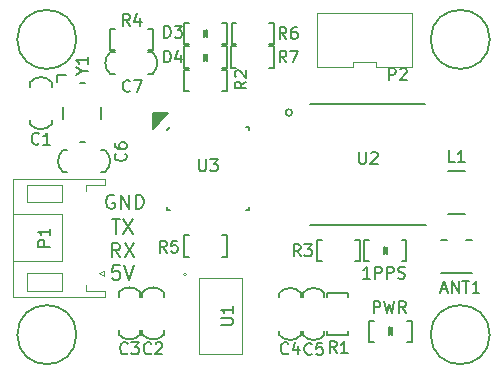
<source format=gbr>
G04 #@! TF.FileFunction,Legend,Top*
%FSLAX46Y46*%
G04 Gerber Fmt 4.6, Leading zero omitted, Abs format (unit mm)*
G04 Created by KiCad (PCBNEW 4.0.3-stable) date 12/05/16 18:01:04*
%MOMM*%
%LPD*%
G01*
G04 APERTURE LIST*
%ADD10C,0.100000*%
%ADD11C,0.200000*%
%ADD12C,0.150000*%
G04 APERTURE END LIST*
D10*
D11*
X138185715Y-80700000D02*
X138071429Y-80642857D01*
X137900000Y-80642857D01*
X137728572Y-80700000D01*
X137614286Y-80814286D01*
X137557143Y-80928571D01*
X137500000Y-81157143D01*
X137500000Y-81328571D01*
X137557143Y-81557143D01*
X137614286Y-81671429D01*
X137728572Y-81785714D01*
X137900000Y-81842857D01*
X138014286Y-81842857D01*
X138185715Y-81785714D01*
X138242858Y-81728571D01*
X138242858Y-81328571D01*
X138014286Y-81328571D01*
X138757143Y-81842857D02*
X138757143Y-80642857D01*
X139442858Y-81842857D01*
X139442858Y-80642857D01*
X140014286Y-81842857D02*
X140014286Y-80642857D01*
X140300001Y-80642857D01*
X140471429Y-80700000D01*
X140585715Y-80814286D01*
X140642858Y-80928571D01*
X140700001Y-81157143D01*
X140700001Y-81328571D01*
X140642858Y-81557143D01*
X140585715Y-81671429D01*
X140471429Y-81785714D01*
X140300001Y-81842857D01*
X140014286Y-81842857D01*
X137985715Y-82742857D02*
X138671429Y-82742857D01*
X138328572Y-83942857D02*
X138328572Y-82742857D01*
X138957144Y-82742857D02*
X139757144Y-83942857D01*
X139757144Y-82742857D02*
X138957144Y-83942857D01*
X138700001Y-85942857D02*
X138300001Y-85371429D01*
X138014286Y-85942857D02*
X138014286Y-84742857D01*
X138471429Y-84742857D01*
X138585715Y-84800000D01*
X138642858Y-84857143D01*
X138700001Y-84971429D01*
X138700001Y-85142857D01*
X138642858Y-85257143D01*
X138585715Y-85314286D01*
X138471429Y-85371429D01*
X138014286Y-85371429D01*
X139100001Y-84742857D02*
X139900001Y-85942857D01*
X139900001Y-84742857D02*
X139100001Y-85942857D01*
X138671429Y-86642857D02*
X138100000Y-86642857D01*
X138042857Y-87214286D01*
X138100000Y-87157143D01*
X138214286Y-87100000D01*
X138500000Y-87100000D01*
X138614286Y-87157143D01*
X138671429Y-87214286D01*
X138728572Y-87328571D01*
X138728572Y-87614286D01*
X138671429Y-87728571D01*
X138614286Y-87785714D01*
X138500000Y-87842857D01*
X138214286Y-87842857D01*
X138100000Y-87785714D01*
X138042857Y-87728571D01*
X139071429Y-86642857D02*
X139471429Y-87842857D01*
X139871429Y-86642857D01*
D12*
X146086167Y-66713329D02*
X145786167Y-67013329D01*
X146086167Y-67313329D02*
X146086167Y-66713329D01*
X145786167Y-67013329D02*
X146086167Y-67313329D01*
X145786167Y-67313329D02*
X145786167Y-66713329D01*
X147750000Y-66100000D02*
X147350000Y-66100000D01*
X147750000Y-67900000D02*
X147750000Y-66100000D01*
X147750000Y-67900000D02*
X147350000Y-67900000D01*
X144150000Y-67900000D02*
X144550000Y-67900000D01*
X144150000Y-66100000D02*
X144150000Y-67900000D01*
X144550000Y-66100000D02*
X144150000Y-66100000D01*
X131100000Y-74700000D02*
G75*
G03X132900000Y-74700000I900000J800000D01*
G01*
X132900000Y-71100000D02*
G75*
G03X131100000Y-71100000I-900000J-800000D01*
G01*
X131100000Y-71100000D02*
X131100000Y-71500000D01*
X132900000Y-71100000D02*
X132900000Y-71500000D01*
X132900000Y-74700000D02*
X132900000Y-74300000D01*
X131100000Y-74300000D02*
X131100000Y-74700000D01*
X140600000Y-92500000D02*
G75*
G03X142400000Y-92500000I900000J800000D01*
G01*
X142400000Y-88900000D02*
G75*
G03X140600000Y-88900000I-900000J-800000D01*
G01*
X140600000Y-88900000D02*
X140600000Y-89300000D01*
X142400000Y-88900000D02*
X142400000Y-89300000D01*
X142400000Y-92500000D02*
X142400000Y-92100000D01*
X140600000Y-92100000D02*
X140600000Y-92500000D01*
X138600000Y-92500000D02*
G75*
G03X140400000Y-92500000I900000J800000D01*
G01*
X140400000Y-88900000D02*
G75*
G03X138600000Y-88900000I-900000J-800000D01*
G01*
X138600000Y-88900000D02*
X138600000Y-89300000D01*
X140400000Y-88900000D02*
X140400000Y-89300000D01*
X140400000Y-92500000D02*
X140400000Y-92100000D01*
X138600000Y-92100000D02*
X138600000Y-92500000D01*
X152200000Y-92550000D02*
G75*
G03X154000000Y-92550000I900000J800000D01*
G01*
X154000000Y-88950000D02*
G75*
G03X152200000Y-88950000I-900000J-800000D01*
G01*
X152200000Y-88950000D02*
X152200000Y-89350000D01*
X154000000Y-88950000D02*
X154000000Y-89350000D01*
X154000000Y-92550000D02*
X154000000Y-92150000D01*
X152200000Y-92150000D02*
X152200000Y-92550000D01*
X154200000Y-92550000D02*
G75*
G03X156000000Y-92550000I900000J800000D01*
G01*
X156000000Y-88950000D02*
G75*
G03X154200000Y-88950000I-900000J-800000D01*
G01*
X154200000Y-88950000D02*
X154200000Y-89350000D01*
X156000000Y-88950000D02*
X156000000Y-89350000D01*
X156000000Y-92550000D02*
X156000000Y-92150000D01*
X154200000Y-92150000D02*
X154200000Y-92550000D01*
X133850000Y-76900000D02*
G75*
G03X133850000Y-78700000I800000J-900000D01*
G01*
X137450000Y-78700000D02*
G75*
G03X137450000Y-76900000I-800000J900000D01*
G01*
X137450000Y-76900000D02*
X137050000Y-76900000D01*
X137450000Y-78700000D02*
X137050000Y-78700000D01*
X133850000Y-78700000D02*
X134250000Y-78700000D01*
X134250000Y-76900000D02*
X133850000Y-76900000D01*
X137850000Y-68600000D02*
G75*
G03X137850000Y-70400000I800000J-900000D01*
G01*
X141450000Y-70400000D02*
G75*
G03X141450000Y-68600000I-800000J900000D01*
G01*
X141450000Y-68600000D02*
X141050000Y-68600000D01*
X141450000Y-70400000D02*
X141050000Y-70400000D01*
X137850000Y-70400000D02*
X138250000Y-70400000D01*
X138250000Y-68600000D02*
X137850000Y-68600000D01*
X161463833Y-92486671D02*
X161763833Y-92186671D01*
X161463833Y-91886671D02*
X161463833Y-92486671D01*
X161763833Y-92186671D02*
X161463833Y-91886671D01*
X161763833Y-91886671D02*
X161763833Y-92486671D01*
X159800000Y-93100000D02*
X160200000Y-93100000D01*
X159800000Y-91300000D02*
X159800000Y-93100000D01*
X159800000Y-91300000D02*
X160200000Y-91300000D01*
X163400000Y-91300000D02*
X163000000Y-91300000D01*
X163400000Y-93100000D02*
X163400000Y-91300000D01*
X163000000Y-93100000D02*
X163400000Y-93100000D01*
X161013833Y-85686671D02*
X161313833Y-85386671D01*
X161013833Y-85086671D02*
X161013833Y-85686671D01*
X161313833Y-85386671D02*
X161013833Y-85086671D01*
X161313833Y-85086671D02*
X161313833Y-85686671D01*
X159350000Y-86300000D02*
X159750000Y-86300000D01*
X159350000Y-84500000D02*
X159350000Y-86300000D01*
X159350000Y-84500000D02*
X159750000Y-84500000D01*
X162950000Y-84500000D02*
X162550000Y-84500000D01*
X162950000Y-86300000D02*
X162950000Y-84500000D01*
X162550000Y-86300000D02*
X162950000Y-86300000D01*
X166500000Y-82250000D02*
X167900000Y-82250000D01*
X167900000Y-78650000D02*
X166500000Y-78650000D01*
D10*
X133800000Y-87300000D02*
X133800000Y-88800000D01*
X133700000Y-87300000D02*
X133800000Y-87300000D01*
X130800000Y-87300000D02*
X133700000Y-87300000D01*
X130800000Y-88800000D02*
X130800000Y-87300000D01*
X133800000Y-88800000D02*
X130800000Y-88800000D01*
X133800000Y-79800000D02*
X133800000Y-81300000D01*
X130800000Y-79800000D02*
X133800000Y-79800000D01*
X130800000Y-81300000D02*
X130800000Y-79800000D01*
X133800000Y-81300000D02*
X130800000Y-81300000D01*
X133800000Y-82300000D02*
X129600000Y-82300000D01*
X133800000Y-86300000D02*
X133800000Y-82300000D01*
X129600000Y-86300000D02*
X133800000Y-86300000D01*
X137300000Y-87100000D02*
X136900000Y-87300000D01*
X137300000Y-87500000D02*
X137300000Y-87100000D01*
X136900000Y-87300000D02*
X137300000Y-87500000D01*
X135800000Y-88800000D02*
X135800000Y-88300000D01*
X135800000Y-79800000D02*
X135800000Y-80300000D01*
X137400000Y-79800000D02*
X135800000Y-79800000D01*
X137400000Y-79300000D02*
X137400000Y-79800000D01*
X137400000Y-88800000D02*
X137400000Y-89300000D01*
X135800000Y-88800000D02*
X137400000Y-88800000D01*
X129600000Y-89300000D02*
X129600000Y-79300000D01*
X137400000Y-79300000D02*
X129600000Y-79300000D01*
X129600000Y-89300000D02*
X137400000Y-89300000D01*
D12*
X158000000Y-92550000D02*
X158000000Y-92150000D01*
X156200000Y-92550000D02*
X158000000Y-92550000D01*
X156200000Y-92550000D02*
X156200000Y-92150000D01*
X156200000Y-88950000D02*
X156200000Y-89350000D01*
X158000000Y-88950000D02*
X156200000Y-88950000D01*
X158000000Y-89350000D02*
X158000000Y-88950000D01*
X147750000Y-70100000D02*
X147350000Y-70100000D01*
X147750000Y-71900000D02*
X147750000Y-70100000D01*
X147750000Y-71900000D02*
X147350000Y-71900000D01*
X144150000Y-71900000D02*
X144550000Y-71900000D01*
X144150000Y-70100000D02*
X144150000Y-71900000D01*
X144550000Y-70100000D02*
X144150000Y-70100000D01*
X159000000Y-84500000D02*
X158600000Y-84500000D01*
X159000000Y-86300000D02*
X159000000Y-84500000D01*
X159000000Y-86300000D02*
X158600000Y-86300000D01*
X155400000Y-86300000D02*
X155800000Y-86300000D01*
X155400000Y-84500000D02*
X155400000Y-86300000D01*
X155800000Y-84500000D02*
X155400000Y-84500000D01*
X137850000Y-68400000D02*
X138250000Y-68400000D01*
X137850000Y-66600000D02*
X137850000Y-68400000D01*
X137850000Y-66600000D02*
X138250000Y-66600000D01*
X141450000Y-66600000D02*
X141050000Y-66600000D01*
X141450000Y-68400000D02*
X141450000Y-66600000D01*
X141050000Y-68400000D02*
X141450000Y-68400000D01*
X144150000Y-85900000D02*
X144550000Y-85900000D01*
X144150000Y-84100000D02*
X144150000Y-85900000D01*
X144150000Y-84100000D02*
X144550000Y-84100000D01*
X147750000Y-84100000D02*
X147350000Y-84100000D01*
X147750000Y-85900000D02*
X147750000Y-84100000D01*
X147350000Y-85900000D02*
X147750000Y-85900000D01*
X148150000Y-67900000D02*
X148550000Y-67900000D01*
X148150000Y-66100000D02*
X148150000Y-67900000D01*
X148150000Y-66100000D02*
X148550000Y-66100000D01*
X151750000Y-66100000D02*
X151350000Y-66100000D01*
X151750000Y-67900000D02*
X151750000Y-66100000D01*
X151350000Y-67900000D02*
X151750000Y-67900000D01*
X148100000Y-69900000D02*
X148500000Y-69900000D01*
X148100000Y-68100000D02*
X148100000Y-69900000D01*
X148100000Y-68100000D02*
X148500000Y-68100000D01*
X151700000Y-68100000D02*
X151300000Y-68100000D01*
X151700000Y-69900000D02*
X151700000Y-68100000D01*
X151300000Y-69900000D02*
X151700000Y-69900000D01*
D10*
X144300000Y-87400000D02*
G75*
G03X144300000Y-87400000I-100000J0D01*
G01*
X145400000Y-94100000D02*
X145400000Y-91900000D01*
X145400000Y-87700000D02*
X149000000Y-87700000D01*
X145400000Y-91900000D02*
X145400000Y-87700000D01*
X149000000Y-94100000D02*
X145400000Y-94100000D01*
X149000000Y-87700000D02*
X149000000Y-94100000D01*
D12*
X153282843Y-73700000D02*
G75*
G03X153282843Y-73700000I-282843J0D01*
G01*
X154800000Y-73000000D02*
X164500000Y-73000000D01*
X154800000Y-83200000D02*
X164600000Y-83200000D01*
X141850000Y-74150000D02*
X141950000Y-74150000D01*
X141850000Y-74350000D02*
X141850000Y-74150000D01*
X142150000Y-74050000D02*
X141850000Y-74350000D01*
X141750000Y-74050000D02*
X142150000Y-74050000D01*
X141750000Y-74550000D02*
X141750000Y-74050000D01*
X142350000Y-73950000D02*
X141750000Y-74550000D01*
X141650000Y-73950000D02*
X142350000Y-73950000D01*
X141650000Y-74750000D02*
X141650000Y-73950000D01*
X142450000Y-73950000D02*
X141650000Y-74750000D01*
X142550000Y-73850000D02*
X142450000Y-73950000D01*
X141550000Y-73850000D02*
X142550000Y-73850000D01*
X141550000Y-74850000D02*
X141550000Y-73850000D01*
X141450000Y-75050000D02*
X141550000Y-74850000D01*
X142750000Y-73750000D02*
X141450000Y-75050000D01*
X141450000Y-73750000D02*
X142750000Y-73750000D01*
X141450000Y-73750000D02*
X141450000Y-75050000D01*
X142650000Y-75200000D02*
X142900000Y-74950000D01*
X149400000Y-74950000D02*
X149650000Y-74950000D01*
X149650000Y-74950000D02*
X149650000Y-75200000D01*
X142900000Y-81950000D02*
X142650000Y-81950000D01*
X142650000Y-81950000D02*
X142650000Y-81700000D01*
X149400000Y-81950000D02*
X149650000Y-81950000D01*
X149650000Y-81950000D02*
X149650000Y-81700000D01*
X133400000Y-70500000D02*
X133400000Y-71100000D01*
X134100000Y-70500000D02*
X133400000Y-70500000D01*
X135700000Y-71200000D02*
X135300000Y-71200000D01*
X135700000Y-76200000D02*
X135300000Y-76200000D01*
X133900000Y-73200000D02*
X133900000Y-74200000D01*
X137100000Y-73200000D02*
X137100000Y-74200000D01*
X135000000Y-67500000D02*
G75*
G03X135000000Y-67500000I-2500000J0D01*
G01*
X170000000Y-67500000D02*
G75*
G03X170000000Y-67500000I-2500000J0D01*
G01*
X170000000Y-92500000D02*
G75*
G03X170000000Y-92500000I-2500000J0D01*
G01*
X135000000Y-92500000D02*
G75*
G03X135000000Y-92500000I-2500000J0D01*
G01*
X146086167Y-68713329D02*
X145786167Y-69013329D01*
X146086167Y-69313329D02*
X146086167Y-68713329D01*
X145786167Y-69013329D02*
X146086167Y-69313329D01*
X145786167Y-69313329D02*
X145786167Y-68713329D01*
X147750000Y-68100000D02*
X147350000Y-68100000D01*
X147750000Y-69900000D02*
X147750000Y-68100000D01*
X147750000Y-69900000D02*
X147350000Y-69900000D01*
X144150000Y-69900000D02*
X144550000Y-69900000D01*
X144150000Y-68100000D02*
X144150000Y-69900000D01*
X144550000Y-68100000D02*
X144150000Y-68100000D01*
D10*
X158400000Y-69400000D02*
X158400000Y-69800000D01*
X160400000Y-69400000D02*
X158400000Y-69400000D01*
X160400000Y-69600000D02*
X160400000Y-69400000D01*
X160400000Y-69800000D02*
X160400000Y-69600000D01*
X155400000Y-65300000D02*
X155400000Y-69800000D01*
X163400000Y-65300000D02*
X155400000Y-65300000D01*
X163400000Y-69800000D02*
X163400000Y-65300000D01*
X158400000Y-69800000D02*
X155400000Y-69800000D01*
X163400000Y-69800000D02*
X160400000Y-69800000D01*
D12*
X165900000Y-84500000D02*
X166400000Y-84500000D01*
X165900000Y-87300000D02*
X168500000Y-87300000D01*
X168500000Y-84500000D02*
X168000000Y-84500000D01*
X142411905Y-67352381D02*
X142411905Y-66352381D01*
X142650000Y-66352381D01*
X142792858Y-66400000D01*
X142888096Y-66495238D01*
X142935715Y-66590476D01*
X142983334Y-66780952D01*
X142983334Y-66923810D01*
X142935715Y-67114286D01*
X142888096Y-67209524D01*
X142792858Y-67304762D01*
X142650000Y-67352381D01*
X142411905Y-67352381D01*
X143316667Y-66352381D02*
X143935715Y-66352381D01*
X143602381Y-66733333D01*
X143745239Y-66733333D01*
X143840477Y-66780952D01*
X143888096Y-66828571D01*
X143935715Y-66923810D01*
X143935715Y-67161905D01*
X143888096Y-67257143D01*
X143840477Y-67304762D01*
X143745239Y-67352381D01*
X143459524Y-67352381D01*
X143364286Y-67304762D01*
X143316667Y-67257143D01*
X131833334Y-76307143D02*
X131785715Y-76354762D01*
X131642858Y-76402381D01*
X131547620Y-76402381D01*
X131404762Y-76354762D01*
X131309524Y-76259524D01*
X131261905Y-76164286D01*
X131214286Y-75973810D01*
X131214286Y-75830952D01*
X131261905Y-75640476D01*
X131309524Y-75545238D01*
X131404762Y-75450000D01*
X131547620Y-75402381D01*
X131642858Y-75402381D01*
X131785715Y-75450000D01*
X131833334Y-75497619D01*
X132785715Y-76402381D02*
X132214286Y-76402381D01*
X132500000Y-76402381D02*
X132500000Y-75402381D01*
X132404762Y-75545238D01*
X132309524Y-75640476D01*
X132214286Y-75688095D01*
X141333334Y-94057143D02*
X141285715Y-94104762D01*
X141142858Y-94152381D01*
X141047620Y-94152381D01*
X140904762Y-94104762D01*
X140809524Y-94009524D01*
X140761905Y-93914286D01*
X140714286Y-93723810D01*
X140714286Y-93580952D01*
X140761905Y-93390476D01*
X140809524Y-93295238D01*
X140904762Y-93200000D01*
X141047620Y-93152381D01*
X141142858Y-93152381D01*
X141285715Y-93200000D01*
X141333334Y-93247619D01*
X141714286Y-93247619D02*
X141761905Y-93200000D01*
X141857143Y-93152381D01*
X142095239Y-93152381D01*
X142190477Y-93200000D01*
X142238096Y-93247619D01*
X142285715Y-93342857D01*
X142285715Y-93438095D01*
X142238096Y-93580952D01*
X141666667Y-94152381D01*
X142285715Y-94152381D01*
X139333334Y-94057143D02*
X139285715Y-94104762D01*
X139142858Y-94152381D01*
X139047620Y-94152381D01*
X138904762Y-94104762D01*
X138809524Y-94009524D01*
X138761905Y-93914286D01*
X138714286Y-93723810D01*
X138714286Y-93580952D01*
X138761905Y-93390476D01*
X138809524Y-93295238D01*
X138904762Y-93200000D01*
X139047620Y-93152381D01*
X139142858Y-93152381D01*
X139285715Y-93200000D01*
X139333334Y-93247619D01*
X139666667Y-93152381D02*
X140285715Y-93152381D01*
X139952381Y-93533333D01*
X140095239Y-93533333D01*
X140190477Y-93580952D01*
X140238096Y-93628571D01*
X140285715Y-93723810D01*
X140285715Y-93961905D01*
X140238096Y-94057143D01*
X140190477Y-94104762D01*
X140095239Y-94152381D01*
X139809524Y-94152381D01*
X139714286Y-94104762D01*
X139666667Y-94057143D01*
X152933334Y-94057143D02*
X152885715Y-94104762D01*
X152742858Y-94152381D01*
X152647620Y-94152381D01*
X152504762Y-94104762D01*
X152409524Y-94009524D01*
X152361905Y-93914286D01*
X152314286Y-93723810D01*
X152314286Y-93580952D01*
X152361905Y-93390476D01*
X152409524Y-93295238D01*
X152504762Y-93200000D01*
X152647620Y-93152381D01*
X152742858Y-93152381D01*
X152885715Y-93200000D01*
X152933334Y-93247619D01*
X153790477Y-93485714D02*
X153790477Y-94152381D01*
X153552381Y-93104762D02*
X153314286Y-93819048D01*
X153933334Y-93819048D01*
X154933334Y-94107143D02*
X154885715Y-94154762D01*
X154742858Y-94202381D01*
X154647620Y-94202381D01*
X154504762Y-94154762D01*
X154409524Y-94059524D01*
X154361905Y-93964286D01*
X154314286Y-93773810D01*
X154314286Y-93630952D01*
X154361905Y-93440476D01*
X154409524Y-93345238D01*
X154504762Y-93250000D01*
X154647620Y-93202381D01*
X154742858Y-93202381D01*
X154885715Y-93250000D01*
X154933334Y-93297619D01*
X155838096Y-93202381D02*
X155361905Y-93202381D01*
X155314286Y-93678571D01*
X155361905Y-93630952D01*
X155457143Y-93583333D01*
X155695239Y-93583333D01*
X155790477Y-93630952D01*
X155838096Y-93678571D01*
X155885715Y-93773810D01*
X155885715Y-94011905D01*
X155838096Y-94107143D01*
X155790477Y-94154762D01*
X155695239Y-94202381D01*
X155457143Y-94202381D01*
X155361905Y-94154762D01*
X155314286Y-94107143D01*
X139157143Y-77166666D02*
X139204762Y-77214285D01*
X139252381Y-77357142D01*
X139252381Y-77452380D01*
X139204762Y-77595238D01*
X139109524Y-77690476D01*
X139014286Y-77738095D01*
X138823810Y-77785714D01*
X138680952Y-77785714D01*
X138490476Y-77738095D01*
X138395238Y-77690476D01*
X138300000Y-77595238D01*
X138252381Y-77452380D01*
X138252381Y-77357142D01*
X138300000Y-77214285D01*
X138347619Y-77166666D01*
X138252381Y-76309523D02*
X138252381Y-76500000D01*
X138300000Y-76595238D01*
X138347619Y-76642857D01*
X138490476Y-76738095D01*
X138680952Y-76785714D01*
X139061905Y-76785714D01*
X139157143Y-76738095D01*
X139204762Y-76690476D01*
X139252381Y-76595238D01*
X139252381Y-76404761D01*
X139204762Y-76309523D01*
X139157143Y-76261904D01*
X139061905Y-76214285D01*
X138823810Y-76214285D01*
X138728571Y-76261904D01*
X138680952Y-76309523D01*
X138633333Y-76404761D01*
X138633333Y-76595238D01*
X138680952Y-76690476D01*
X138728571Y-76738095D01*
X138823810Y-76785714D01*
X139533334Y-71857143D02*
X139485715Y-71904762D01*
X139342858Y-71952381D01*
X139247620Y-71952381D01*
X139104762Y-71904762D01*
X139009524Y-71809524D01*
X138961905Y-71714286D01*
X138914286Y-71523810D01*
X138914286Y-71380952D01*
X138961905Y-71190476D01*
X139009524Y-71095238D01*
X139104762Y-71000000D01*
X139247620Y-70952381D01*
X139342858Y-70952381D01*
X139485715Y-71000000D01*
X139533334Y-71047619D01*
X139866667Y-70952381D02*
X140533334Y-70952381D01*
X140104762Y-71952381D01*
X160166667Y-90652381D02*
X160166667Y-89652381D01*
X160547620Y-89652381D01*
X160642858Y-89700000D01*
X160690477Y-89747619D01*
X160738096Y-89842857D01*
X160738096Y-89985714D01*
X160690477Y-90080952D01*
X160642858Y-90128571D01*
X160547620Y-90176190D01*
X160166667Y-90176190D01*
X161071429Y-89652381D02*
X161309524Y-90652381D01*
X161500001Y-89938095D01*
X161690477Y-90652381D01*
X161928572Y-89652381D01*
X162880953Y-90652381D02*
X162547619Y-90176190D01*
X162309524Y-90652381D02*
X162309524Y-89652381D01*
X162690477Y-89652381D01*
X162785715Y-89700000D01*
X162833334Y-89747619D01*
X162880953Y-89842857D01*
X162880953Y-89985714D01*
X162833334Y-90080952D01*
X162785715Y-90128571D01*
X162690477Y-90176190D01*
X162309524Y-90176190D01*
X159859524Y-87752381D02*
X159288095Y-87752381D01*
X159573809Y-87752381D02*
X159573809Y-86752381D01*
X159478571Y-86895238D01*
X159383333Y-86990476D01*
X159288095Y-87038095D01*
X160288095Y-87752381D02*
X160288095Y-86752381D01*
X160669048Y-86752381D01*
X160764286Y-86800000D01*
X160811905Y-86847619D01*
X160859524Y-86942857D01*
X160859524Y-87085714D01*
X160811905Y-87180952D01*
X160764286Y-87228571D01*
X160669048Y-87276190D01*
X160288095Y-87276190D01*
X161288095Y-87752381D02*
X161288095Y-86752381D01*
X161669048Y-86752381D01*
X161764286Y-86800000D01*
X161811905Y-86847619D01*
X161859524Y-86942857D01*
X161859524Y-87085714D01*
X161811905Y-87180952D01*
X161764286Y-87228571D01*
X161669048Y-87276190D01*
X161288095Y-87276190D01*
X162240476Y-87704762D02*
X162383333Y-87752381D01*
X162621429Y-87752381D01*
X162716667Y-87704762D01*
X162764286Y-87657143D01*
X162811905Y-87561905D01*
X162811905Y-87466667D01*
X162764286Y-87371429D01*
X162716667Y-87323810D01*
X162621429Y-87276190D01*
X162430952Y-87228571D01*
X162335714Y-87180952D01*
X162288095Y-87133333D01*
X162240476Y-87038095D01*
X162240476Y-86942857D01*
X162288095Y-86847619D01*
X162335714Y-86800000D01*
X162430952Y-86752381D01*
X162669048Y-86752381D01*
X162811905Y-86800000D01*
X167033334Y-77902381D02*
X166557143Y-77902381D01*
X166557143Y-76902381D01*
X167890477Y-77902381D02*
X167319048Y-77902381D01*
X167604762Y-77902381D02*
X167604762Y-76902381D01*
X167509524Y-77045238D01*
X167414286Y-77140476D01*
X167319048Y-77188095D01*
X132752381Y-85038095D02*
X131752381Y-85038095D01*
X131752381Y-84657142D01*
X131800000Y-84561904D01*
X131847619Y-84514285D01*
X131942857Y-84466666D01*
X132085714Y-84466666D01*
X132180952Y-84514285D01*
X132228571Y-84561904D01*
X132276190Y-84657142D01*
X132276190Y-85038095D01*
X132752381Y-83514285D02*
X132752381Y-84085714D01*
X132752381Y-83800000D02*
X131752381Y-83800000D01*
X131895238Y-83895238D01*
X131990476Y-83990476D01*
X132038095Y-84085714D01*
X157033334Y-94052381D02*
X156700000Y-93576190D01*
X156461905Y-94052381D02*
X156461905Y-93052381D01*
X156842858Y-93052381D01*
X156938096Y-93100000D01*
X156985715Y-93147619D01*
X157033334Y-93242857D01*
X157033334Y-93385714D01*
X156985715Y-93480952D01*
X156938096Y-93528571D01*
X156842858Y-93576190D01*
X156461905Y-93576190D01*
X157985715Y-94052381D02*
X157414286Y-94052381D01*
X157700000Y-94052381D02*
X157700000Y-93052381D01*
X157604762Y-93195238D01*
X157509524Y-93290476D01*
X157414286Y-93338095D01*
X149402381Y-71066666D02*
X148926190Y-71400000D01*
X149402381Y-71638095D02*
X148402381Y-71638095D01*
X148402381Y-71257142D01*
X148450000Y-71161904D01*
X148497619Y-71114285D01*
X148592857Y-71066666D01*
X148735714Y-71066666D01*
X148830952Y-71114285D01*
X148878571Y-71161904D01*
X148926190Y-71257142D01*
X148926190Y-71638095D01*
X148497619Y-70685714D02*
X148450000Y-70638095D01*
X148402381Y-70542857D01*
X148402381Y-70304761D01*
X148450000Y-70209523D01*
X148497619Y-70161904D01*
X148592857Y-70114285D01*
X148688095Y-70114285D01*
X148830952Y-70161904D01*
X149402381Y-70733333D01*
X149402381Y-70114285D01*
X153983334Y-85852381D02*
X153650000Y-85376190D01*
X153411905Y-85852381D02*
X153411905Y-84852381D01*
X153792858Y-84852381D01*
X153888096Y-84900000D01*
X153935715Y-84947619D01*
X153983334Y-85042857D01*
X153983334Y-85185714D01*
X153935715Y-85280952D01*
X153888096Y-85328571D01*
X153792858Y-85376190D01*
X153411905Y-85376190D01*
X154316667Y-84852381D02*
X154935715Y-84852381D01*
X154602381Y-85233333D01*
X154745239Y-85233333D01*
X154840477Y-85280952D01*
X154888096Y-85328571D01*
X154935715Y-85423810D01*
X154935715Y-85661905D01*
X154888096Y-85757143D01*
X154840477Y-85804762D01*
X154745239Y-85852381D01*
X154459524Y-85852381D01*
X154364286Y-85804762D01*
X154316667Y-85757143D01*
X139533334Y-66352381D02*
X139200000Y-65876190D01*
X138961905Y-66352381D02*
X138961905Y-65352381D01*
X139342858Y-65352381D01*
X139438096Y-65400000D01*
X139485715Y-65447619D01*
X139533334Y-65542857D01*
X139533334Y-65685714D01*
X139485715Y-65780952D01*
X139438096Y-65828571D01*
X139342858Y-65876190D01*
X138961905Y-65876190D01*
X140390477Y-65685714D02*
X140390477Y-66352381D01*
X140152381Y-65304762D02*
X139914286Y-66019048D01*
X140533334Y-66019048D01*
X142633334Y-85552381D02*
X142300000Y-85076190D01*
X142061905Y-85552381D02*
X142061905Y-84552381D01*
X142442858Y-84552381D01*
X142538096Y-84600000D01*
X142585715Y-84647619D01*
X142633334Y-84742857D01*
X142633334Y-84885714D01*
X142585715Y-84980952D01*
X142538096Y-85028571D01*
X142442858Y-85076190D01*
X142061905Y-85076190D01*
X143538096Y-84552381D02*
X143061905Y-84552381D01*
X143014286Y-85028571D01*
X143061905Y-84980952D01*
X143157143Y-84933333D01*
X143395239Y-84933333D01*
X143490477Y-84980952D01*
X143538096Y-85028571D01*
X143585715Y-85123810D01*
X143585715Y-85361905D01*
X143538096Y-85457143D01*
X143490477Y-85504762D01*
X143395239Y-85552381D01*
X143157143Y-85552381D01*
X143061905Y-85504762D01*
X143014286Y-85457143D01*
X152783334Y-67452381D02*
X152450000Y-66976190D01*
X152211905Y-67452381D02*
X152211905Y-66452381D01*
X152592858Y-66452381D01*
X152688096Y-66500000D01*
X152735715Y-66547619D01*
X152783334Y-66642857D01*
X152783334Y-66785714D01*
X152735715Y-66880952D01*
X152688096Y-66928571D01*
X152592858Y-66976190D01*
X152211905Y-66976190D01*
X153640477Y-66452381D02*
X153450000Y-66452381D01*
X153354762Y-66500000D01*
X153307143Y-66547619D01*
X153211905Y-66690476D01*
X153164286Y-66880952D01*
X153164286Y-67261905D01*
X153211905Y-67357143D01*
X153259524Y-67404762D01*
X153354762Y-67452381D01*
X153545239Y-67452381D01*
X153640477Y-67404762D01*
X153688096Y-67357143D01*
X153735715Y-67261905D01*
X153735715Y-67023810D01*
X153688096Y-66928571D01*
X153640477Y-66880952D01*
X153545239Y-66833333D01*
X153354762Y-66833333D01*
X153259524Y-66880952D01*
X153211905Y-66928571D01*
X153164286Y-67023810D01*
X152783334Y-69452381D02*
X152450000Y-68976190D01*
X152211905Y-69452381D02*
X152211905Y-68452381D01*
X152592858Y-68452381D01*
X152688096Y-68500000D01*
X152735715Y-68547619D01*
X152783334Y-68642857D01*
X152783334Y-68785714D01*
X152735715Y-68880952D01*
X152688096Y-68928571D01*
X152592858Y-68976190D01*
X152211905Y-68976190D01*
X153116667Y-68452381D02*
X153783334Y-68452381D01*
X153354762Y-69452381D01*
X147252381Y-91661905D02*
X148061905Y-91661905D01*
X148157143Y-91614286D01*
X148204762Y-91566667D01*
X148252381Y-91471429D01*
X148252381Y-91280952D01*
X148204762Y-91185714D01*
X148157143Y-91138095D01*
X148061905Y-91090476D01*
X147252381Y-91090476D01*
X148252381Y-90090476D02*
X148252381Y-90661905D01*
X148252381Y-90376191D02*
X147252381Y-90376191D01*
X147395238Y-90471429D01*
X147490476Y-90566667D01*
X147538095Y-90661905D01*
X158938095Y-77052381D02*
X158938095Y-77861905D01*
X158985714Y-77957143D01*
X159033333Y-78004762D01*
X159128571Y-78052381D01*
X159319048Y-78052381D01*
X159414286Y-78004762D01*
X159461905Y-77957143D01*
X159509524Y-77861905D01*
X159509524Y-77052381D01*
X159938095Y-77147619D02*
X159985714Y-77100000D01*
X160080952Y-77052381D01*
X160319048Y-77052381D01*
X160414286Y-77100000D01*
X160461905Y-77147619D01*
X160509524Y-77242857D01*
X160509524Y-77338095D01*
X160461905Y-77480952D01*
X159890476Y-78052381D01*
X160509524Y-78052381D01*
X145388095Y-77652381D02*
X145388095Y-78461905D01*
X145435714Y-78557143D01*
X145483333Y-78604762D01*
X145578571Y-78652381D01*
X145769048Y-78652381D01*
X145864286Y-78604762D01*
X145911905Y-78557143D01*
X145959524Y-78461905D01*
X145959524Y-77652381D01*
X146340476Y-77652381D02*
X146959524Y-77652381D01*
X146626190Y-78033333D01*
X146769048Y-78033333D01*
X146864286Y-78080952D01*
X146911905Y-78128571D01*
X146959524Y-78223810D01*
X146959524Y-78461905D01*
X146911905Y-78557143D01*
X146864286Y-78604762D01*
X146769048Y-78652381D01*
X146483333Y-78652381D01*
X146388095Y-78604762D01*
X146340476Y-78557143D01*
X135476190Y-70176191D02*
X135952381Y-70176191D01*
X134952381Y-70509524D02*
X135476190Y-70176191D01*
X134952381Y-69842857D01*
X135952381Y-68985714D02*
X135952381Y-69557143D01*
X135952381Y-69271429D02*
X134952381Y-69271429D01*
X135095238Y-69366667D01*
X135190476Y-69461905D01*
X135238095Y-69557143D01*
X142411905Y-69452381D02*
X142411905Y-68452381D01*
X142650000Y-68452381D01*
X142792858Y-68500000D01*
X142888096Y-68595238D01*
X142935715Y-68690476D01*
X142983334Y-68880952D01*
X142983334Y-69023810D01*
X142935715Y-69214286D01*
X142888096Y-69309524D01*
X142792858Y-69404762D01*
X142650000Y-69452381D01*
X142411905Y-69452381D01*
X143840477Y-68785714D02*
X143840477Y-69452381D01*
X143602381Y-68404762D02*
X143364286Y-69119048D01*
X143983334Y-69119048D01*
X161461905Y-70952381D02*
X161461905Y-69952381D01*
X161842858Y-69952381D01*
X161938096Y-70000000D01*
X161985715Y-70047619D01*
X162033334Y-70142857D01*
X162033334Y-70285714D01*
X161985715Y-70380952D01*
X161938096Y-70428571D01*
X161842858Y-70476190D01*
X161461905Y-70476190D01*
X162414286Y-70047619D02*
X162461905Y-70000000D01*
X162557143Y-69952381D01*
X162795239Y-69952381D01*
X162890477Y-70000000D01*
X162938096Y-70047619D01*
X162985715Y-70142857D01*
X162985715Y-70238095D01*
X162938096Y-70380952D01*
X162366667Y-70952381D01*
X162985715Y-70952381D01*
X165880952Y-88666667D02*
X166357143Y-88666667D01*
X165785714Y-88952381D02*
X166119047Y-87952381D01*
X166452381Y-88952381D01*
X166785714Y-88952381D02*
X166785714Y-87952381D01*
X167357143Y-88952381D01*
X167357143Y-87952381D01*
X167690476Y-87952381D02*
X168261905Y-87952381D01*
X167976190Y-88952381D02*
X167976190Y-87952381D01*
X169119048Y-88952381D02*
X168547619Y-88952381D01*
X168833333Y-88952381D02*
X168833333Y-87952381D01*
X168738095Y-88095238D01*
X168642857Y-88190476D01*
X168547619Y-88238095D01*
M02*

</source>
